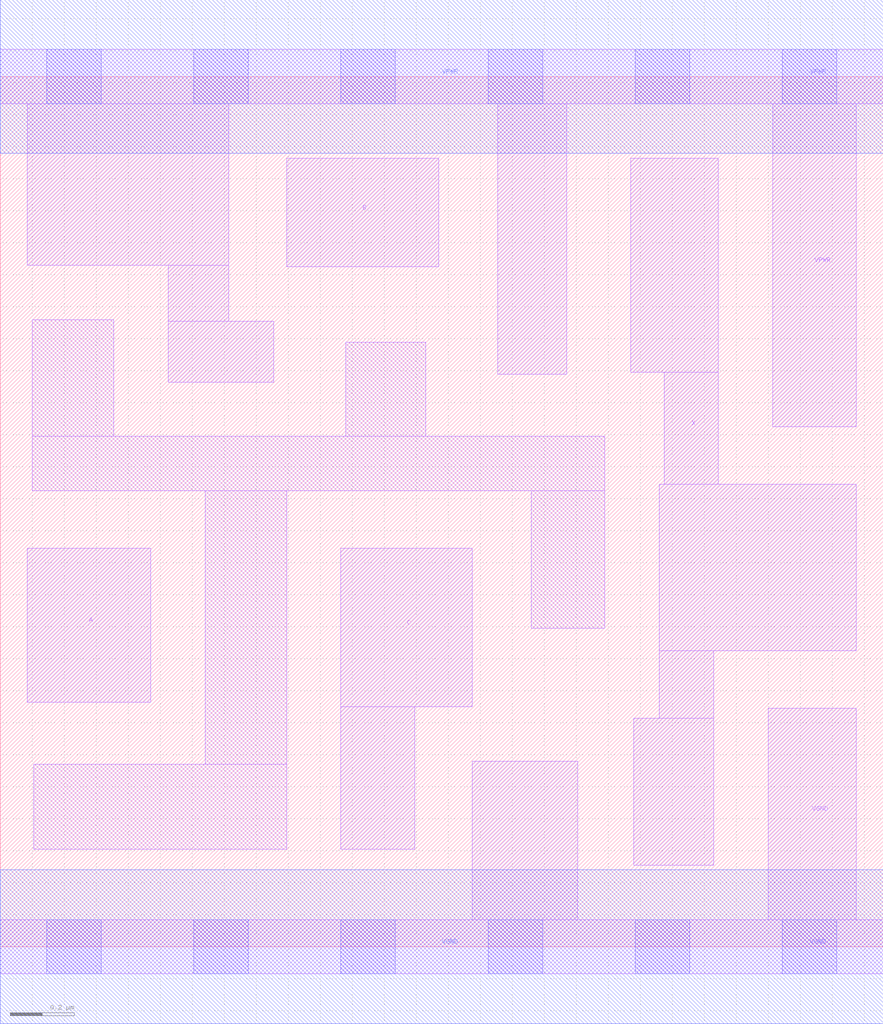
<source format=lef>
# Copyright 2020 The SkyWater PDK Authors
#
# Licensed under the Apache License, Version 2.0 (the "License");
# you may not use this file except in compliance with the License.
# You may obtain a copy of the License at
#
#     https://www.apache.org/licenses/LICENSE-2.0
#
# Unless required by applicable law or agreed to in writing, software
# distributed under the License is distributed on an "AS IS" BASIS,
# WITHOUT WARRANTIES OR CONDITIONS OF ANY KIND, either express or implied.
# See the License for the specific language governing permissions and
# limitations under the License.
#
# SPDX-License-Identifier: Apache-2.0

VERSION 5.7 ;
  NAMESCASESENSITIVE ON ;
  NOWIREEXTENSIONATPIN ON ;
  DIVIDERCHAR "/" ;
  BUSBITCHARS "[]" ;
UNITS
  DATABASE MICRONS 200 ;
END UNITS
MACRO sky130_fd_sc_hd__and3_2
  CLASS CORE ;
  SOURCE USER ;
  FOREIGN sky130_fd_sc_hd__and3_2 ;
  ORIGIN  0.000000  0.000000 ;
  SIZE  2.760000 BY  2.720000 ;
  SYMMETRY X Y R90 ;
  SITE unithd ;
  PIN A
    ANTENNAGATEAREA  0.126000 ;
    DIRECTION INPUT ;
    USE SIGNAL ;
    PORT
      LAYER li1 ;
        RECT 0.085000 0.765000 0.470000 1.245000 ;
    END
  END A
  PIN B
    ANTENNAGATEAREA  0.126000 ;
    DIRECTION INPUT ;
    USE SIGNAL ;
    PORT
      LAYER li1 ;
        RECT 0.895000 2.125000 1.370000 2.465000 ;
    END
  END B
  PIN C
    ANTENNAGATEAREA  0.126000 ;
    DIRECTION INPUT ;
    USE SIGNAL ;
    PORT
      LAYER li1 ;
        RECT 1.065000 0.305000 1.295000 0.750000 ;
        RECT 1.065000 0.750000 1.475000 1.245000 ;
    END
  END C
  PIN X
    ANTENNADIFFAREA  0.445500 ;
    DIRECTION OUTPUT ;
    USE SIGNAL ;
    PORT
      LAYER li1 ;
        RECT 1.970000 1.795000 2.245000 2.465000 ;
        RECT 1.980000 0.255000 2.230000 0.715000 ;
        RECT 2.060000 0.715000 2.230000 0.925000 ;
        RECT 2.060000 0.925000 2.675000 1.445000 ;
        RECT 2.075000 1.445000 2.245000 1.795000 ;
    END
  END X
  PIN VGND
    DIRECTION INOUT ;
    SHAPE ABUTMENT ;
    USE GROUND ;
    PORT
      LAYER li1 ;
        RECT 0.000000 -0.085000 2.760000 0.085000 ;
        RECT 1.475000  0.085000 1.805000 0.580000 ;
        RECT 2.400000  0.085000 2.675000 0.745000 ;
      LAYER mcon ;
        RECT 0.145000 -0.085000 0.315000 0.085000 ;
        RECT 0.605000 -0.085000 0.775000 0.085000 ;
        RECT 1.065000 -0.085000 1.235000 0.085000 ;
        RECT 1.525000 -0.085000 1.695000 0.085000 ;
        RECT 1.985000 -0.085000 2.155000 0.085000 ;
        RECT 2.445000 -0.085000 2.615000 0.085000 ;
      LAYER met1 ;
        RECT 0.000000 -0.240000 2.760000 0.240000 ;
    END
  END VGND
  PIN VPWR
    DIRECTION INOUT ;
    SHAPE ABUTMENT ;
    USE POWER ;
    PORT
      LAYER li1 ;
        RECT 0.000000 2.635000 2.760000 2.805000 ;
        RECT 0.085000 2.130000 0.715000 2.635000 ;
        RECT 0.525000 1.765000 0.855000 1.955000 ;
        RECT 0.525000 1.955000 0.715000 2.130000 ;
        RECT 1.555000 1.790000 1.770000 2.635000 ;
        RECT 2.415000 1.625000 2.675000 2.635000 ;
      LAYER mcon ;
        RECT 0.145000 2.635000 0.315000 2.805000 ;
        RECT 0.605000 2.635000 0.775000 2.805000 ;
        RECT 1.065000 2.635000 1.235000 2.805000 ;
        RECT 1.525000 2.635000 1.695000 2.805000 ;
        RECT 1.985000 2.635000 2.155000 2.805000 ;
        RECT 2.445000 2.635000 2.615000 2.805000 ;
      LAYER met1 ;
        RECT 0.000000 2.480000 2.760000 2.960000 ;
    END
  END VPWR
  OBS
    LAYER li1 ;
      RECT 0.100000 1.425000 1.890000 1.595000 ;
      RECT 0.100000 1.595000 0.355000 1.960000 ;
      RECT 0.105000 0.305000 0.895000 0.570000 ;
      RECT 0.640000 0.570000 0.895000 1.425000 ;
      RECT 1.080000 1.595000 1.330000 1.890000 ;
      RECT 1.660000 0.995000 1.890000 1.425000 ;
  END
END sky130_fd_sc_hd__and3_2
END LIBRARY

</source>
